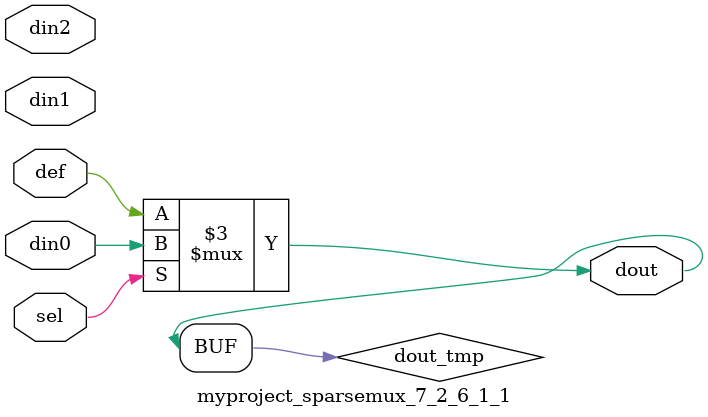
<source format=v>
`timescale 1ns / 1ps

module myproject_sparsemux_7_2_6_1_1 (din0,din1,din2,def,sel,dout);

parameter din0_WIDTH = 1;

parameter din1_WIDTH = 1;

parameter din2_WIDTH = 1;

parameter def_WIDTH = 1;
parameter sel_WIDTH = 1;
parameter dout_WIDTH = 1;

parameter [sel_WIDTH-1:0] CASE0 = 1;

parameter [sel_WIDTH-1:0] CASE1 = 1;

parameter [sel_WIDTH-1:0] CASE2 = 1;

parameter ID = 1;
parameter NUM_STAGE = 1;



input [din0_WIDTH-1:0] din0;

input [din1_WIDTH-1:0] din1;

input [din2_WIDTH-1:0] din2;

input [def_WIDTH-1:0] def;
input [sel_WIDTH-1:0] sel;

output [dout_WIDTH-1:0] dout;



reg [dout_WIDTH-1:0] dout_tmp;


always @ (*) begin
(* parallel_case *) case (sel)
    
    CASE0 : dout_tmp = din0;
    
    CASE1 : dout_tmp = din1;
    
    CASE2 : dout_tmp = din2;
    
    default : dout_tmp = def;
endcase
end


assign dout = dout_tmp;



endmodule

</source>
